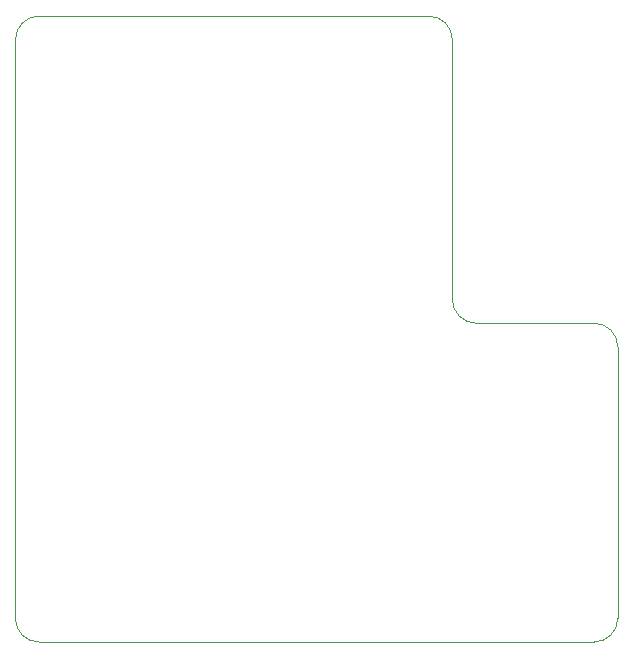
<source format=gbr>
G04 #@! TF.GenerationSoftware,KiCad,Pcbnew,(5.1.4-0-10_14)*
G04 #@! TF.CreationDate,2019-10-10T19:21:03+03:00*
G04 #@! TF.ProjectId,Transfer_Board,5472616e-7366-4657-925f-426f6172642e,rev?*
G04 #@! TF.SameCoordinates,Original*
G04 #@! TF.FileFunction,Profile,NP*
%FSLAX46Y46*%
G04 Gerber Fmt 4.6, Leading zero omitted, Abs format (unit mm)*
G04 Created by KiCad (PCBNEW (5.1.4-0-10_14)) date 2019-10-10 19:21:03*
%MOMM*%
%LPD*%
G04 APERTURE LIST*
%ADD10C,0.050000*%
G04 APERTURE END LIST*
D10*
X135000000Y-47000000D02*
G75*
G02X137000000Y-49000000I0J-2000000D01*
G01*
X139000000Y-73000000D02*
G75*
G02X137000000Y-71000000I0J2000000D01*
G01*
X149000000Y-73000000D02*
G75*
G02X151000000Y-75000000I0J-2000000D01*
G01*
X151000000Y-98000000D02*
G75*
G02X149000000Y-100000000I-2000000J0D01*
G01*
X102000000Y-100000000D02*
G75*
G02X100000000Y-98000000I0J2000000D01*
G01*
X100000000Y-49000000D02*
G75*
G02X102000000Y-47000000I2000000J0D01*
G01*
X135000000Y-47000000D02*
X102000000Y-47000000D01*
X137000000Y-71000000D02*
X137000000Y-49000000D01*
X149000000Y-73000000D02*
X139000000Y-73000000D01*
X151000000Y-98000000D02*
X151000000Y-75000000D01*
X102000000Y-100000000D02*
X149000000Y-100000000D01*
X100000000Y-49000000D02*
X100000000Y-98000000D01*
M02*

</source>
